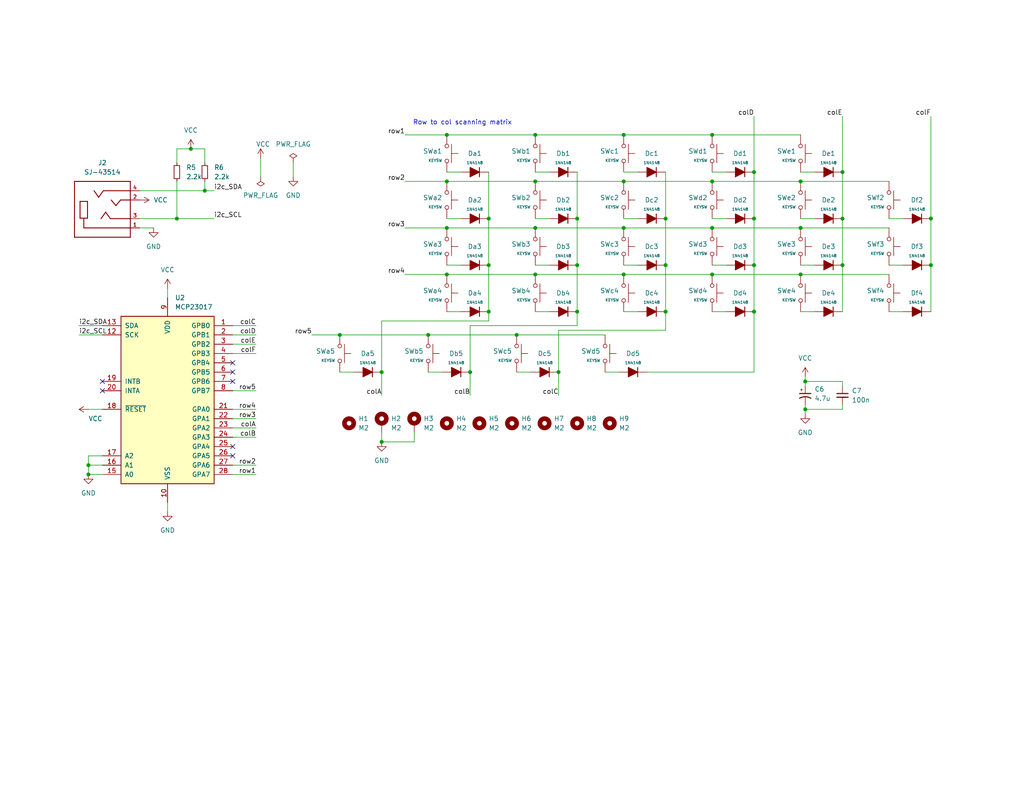
<source format=kicad_sch>
(kicad_sch (version 20211123) (generator eeschema)
  (paper "USLetter")
  (title_block (title "BlueJay Right"))
  (lib_symbols
    (symbol "BlueJaySymbolLibrary:C_Small" (pin_numbers hide) (pin_names (offset 0.254) hide)
      (property "Reference" "C" (at 0.254 1.778 0))
      (property "Value" "C_Small" (at 0.254 -2.032 0))
      (symbol "C_Small_0_1"
        (polyline (pts (xy -1.524 -0.508) (xy 1.524 -0.508)) (stroke (width 0.3302)))
        (polyline (pts (xy -1.524 0.508) (xy 1.524 0.508)) (stroke (width 0.3048)))
      )
      (symbol "C_Small_1_1"
        (pin passive line (at 0 2.54 270) (length 2.032) (name "~") (number "1"))
        (pin passive line (at 0 -2.54 90) (length 2.032) (name "~") (number "2"))
      )
    )
    (symbol "BlueJaySymbolLibrary:Device_CP1_Small" (pin_numbers hide) (pin_names (offset 0.254) hide)
      (property "Reference" "C" (at 0.254 1.778 0))
      (property "Value" "Device_CP1_Small" (at 0.254 -2.032 0))
      (symbol "Device_CP1_Small_0_1"
        (polyline (pts (xy -1.524 0.508) (xy 1.524 0.508)) (stroke (width 0.3048)))
        (polyline (pts (xy -1.27 1.524) (xy -0.762 1.524)))
        (polyline (pts (xy -1.016 1.27) (xy -1.016 1.778)))
        (arc (start 1.524 -0.762) (mid 0 -0.3734) (end -1.524 -0.762) (stroke (width 0.3048)))
      )
      (symbol "Device_CP1_Small_1_1"
        (pin passive line (at 0 2.54 270) (length 2.032) (name "~") (number "1"))
        (pin passive line (at 0 -2.54 90) (length 2.032) (name "~") (number "2"))
      )
    )
    (symbol "BlueJaySymbolLibrary:Device_R_Small" (pin_numbers hide) (pin_names (offset 0.254) hide)
      (property "Reference" "R" (at 0.762 0.508 0))
      (property "Value" "Device_R_Small" (at 0.762 -1.016 0))
      (symbol "Device_R_Small_0_1"
        (rectangle (start -0.762 1.778) (end 0.762 -1.778) (stroke (width 0.2032)))
      )
      (symbol "Device_R_Small_1_1"
        (pin passive line (at 0 2.54 270) (length 0.762) (name "~") (number "1"))
        (pin passive line (at 0 -2.54 90) (length 0.762) (name "~") (number "2"))
      )
    )
    (symbol "BlueJaySymbolLibrary:Interface_Expansion_MCP23017_SP" (pin_names (offset 1.016))
      (property "Reference" "U" (at -11.43 24.13 0))
      (property "Value" "Interface_Expansion_MCP23017_SP" (at 0 0 0))
      (symbol "Interface_Expansion_MCP23017_SP_0_1"
        (rectangle (start -12.7 22.86) (end 12.7 -22.86) (stroke (width 0.254)) (fill (type background)))
      )
      (symbol "Interface_Expansion_MCP23017_SP_1_1"
        (pin bidirectional line (at 17.78 20.32 180) (length 5.08) (name "GPB0") (number "1"))
        (pin power_in line (at 0 -27.94 90) (length 5.08) (name "VSS") (number "10"))
        (pin no_connect line (at -12.7 15.24 0) (length 5.08) hide (name "NC") (number "11"))
        (pin input line (at -17.78 17.78 0) (length 5.08) (name "SCK") (number "12"))
        (pin bidirectional line (at -17.78 20.32 0) (length 5.08) (name "SDA") (number "13"))
        (pin no_connect line (at -12.7 12.7 0) (length 5.08) hide (name "NC") (number "14"))
        (pin input line (at -17.78 -20.32 0) (length 5.08) (name "A0") (number "15"))
        (pin input line (at -17.78 -17.78 0) (length 5.08) (name "A1") (number "16"))
        (pin input line (at -17.78 -15.24 0) (length 5.08) (name "A2") (number "17"))
        (pin input line (at -17.78 -2.54 0) (length 5.08) (name "~{RESET}") (number "18"))
        (pin tri_state line (at -17.78 5.08 0) (length 5.08) (name "INTB") (number "19"))
        (pin bidirectional line (at 17.78 17.78 180) (length 5.08) (name "GPB1") (number "2"))
        (pin tri_state line (at -17.78 2.54 0) (length 5.08) (name "INTA") (number "20"))
        (pin bidirectional line (at 17.78 -2.54 180) (length 5.08) (name "GPA0") (number "21"))
        (pin bidirectional line (at 17.78 -5.08 180) (length 5.08) (name "GPA1") (number "22"))
        (pin bidirectional line (at 17.78 -7.62 180) (length 5.08) (name "GPA2") (number "23"))
        (pin bidirectional line (at 17.78 -10.16 180) (length 5.08) (name "GPA3") (number "24"))
        (pin bidirectional line (at 17.78 -12.7 180) (length 5.08) (name "GPA4") (number "25"))
        (pin bidirectional line (at 17.78 -15.24 180) (length 5.08) (name "GPA5") (number "26"))
        (pin bidirectional line (at 17.78 -17.78 180) (length 5.08) (name "GPA6") (number "27"))
        (pin bidirectional line (at 17.78 -20.32 180) (length 5.08) (name "GPA7") (number "28"))
        (pin bidirectional line (at 17.78 15.24 180) (length 5.08) (name "GPB2") (number "3"))
        (pin bidirectional line (at 17.78 12.7 180) (length 5.08) (name "GPB3") (number "4"))
        (pin bidirectional line (at 17.78 10.16 180) (length 5.08) (name "GPB4") (number "5"))
        (pin bidirectional line (at 17.78 7.62 180) (length 5.08) (name "GPB5") (number "6"))
        (pin bidirectional line (at 17.78 5.08 180) (length 5.08) (name "GPB6") (number "7"))
        (pin bidirectional line (at 17.78 2.54 180) (length 5.08) (name "GPB7") (number "8"))
        (pin power_in line (at 0 27.94 270) (length 5.08) (name "VDD") (number "9"))
      )
    )
    (symbol "BlueJaySymbolLibrary:SJ-43514" (pin_names (offset 1.016) hide)
      (property "Reference" "J" (at -7.62 8.382 0))
      (property "Value" "SJ-43514" (at -7.62 -10.16 0))
      (symbol "SJ-43514_0_0"
        (polyline (pts (xy -7.62 -7.62) (xy -7.62 7.62)) (stroke (width 0.254)))
        (polyline (pts (xy -7.62 7.62) (xy 7.62 7.62)) (stroke (width 0.254)))
        (polyline (pts (xy -6.096 -2.413) (xy -4.064 -2.413)) (stroke (width 0.254)))
        (polyline (pts (xy -6.096 2.159) (xy -6.096 -2.413)) (stroke (width 0.254)))
        (polyline (pts (xy -5.08 -5.08) (xy 7.62 -5.08)) (stroke (width 0.254)))
        (polyline (pts (xy -5.08 -2.54) (xy -5.08 -5.08)) (stroke (width 0.254)))
        (polyline (pts (xy -4.064 -2.413) (xy -4.064 2.159)) (stroke (width 0.254)))
        (polyline (pts (xy -4.064 2.159) (xy -6.096 2.159)) (stroke (width 0.254)))
        (polyline (pts (xy -2.286 5.08) (xy -1.016 3.302)) (stroke (width 0.254)))
        (polyline (pts (xy -1.016 3.302) (xy 0.254 5.08)) (stroke (width 0.254)))
        (polyline (pts (xy -0.381 -2.54) (xy 0.889 -0.762)) (stroke (width 0.254)))
        (polyline (pts (xy 0.381 5.08) (xy 7.62 5.08)) (stroke (width 0.254)))
        (polyline (pts (xy 0.889 -0.762) (xy 2.159 -2.54)) (stroke (width 0.254)))
        (polyline (pts (xy 2.159 -2.54) (xy 7.62 -2.54)) (stroke (width 0.254)))
        (polyline (pts (xy 2.413 2.54) (xy 3.683 1.016)) (stroke (width 0.254)))
        (polyline (pts (xy 3.683 1.016) (xy 4.953 2.54)) (stroke (width 0.254)))
        (polyline (pts (xy 4.953 2.54) (xy 7.62 2.54)) (stroke (width 0.254)))
        (polyline (pts (xy 7.62 -7.62) (xy -7.62 -7.62)) (stroke (width 0.254)))
        (polyline (pts (xy 7.62 -5.08) (xy 7.62 -7.62)) (stroke (width 0.254)))
        (polyline (pts (xy 7.62 -2.54) (xy 7.62 -5.08)) (stroke (width 0.254)))
        (polyline (pts (xy 7.62 2.54) (xy 7.62 -2.54)) (stroke (width 0.254)))
        (polyline (pts (xy 7.62 5.08) (xy 7.62 2.54)) (stroke (width 0.254)))
        (polyline (pts (xy 7.62 7.62) (xy 7.62 5.08)) (stroke (width 0.254)))
        (pin passive line (at 10.16 -5.08 180) (length 2.54) (name "~") (number "1"))
        (pin passive line (at 10.16 2.54 180) (length 2.54) (name "~") (number "2"))
        (pin passive line (at 10.16 -2.54 180) (length 2.54) (name "~") (number "3"))
        (pin passive line (at 10.16 5.08 180) (length 2.54) (name "~") (number "4"))
      )
    )
    (symbol "BlueJaySymbolLibrary:Switch_SW_Push" (pin_numbers hide) (pin_names (offset 1.016) hide)
      (property "Reference" "SW" (at 1.27 2.54 0))
      (property "Value" "Switch_SW_Push" (at 0 -1.524 0))
      (symbol "Switch_SW_Push_0_1"
        (circle (center -2.032 0) (radius 0.508))
        (polyline (pts (xy 0 1.27) (xy 0 3.048)))
        (polyline (pts (xy 2.54 1.27) (xy -2.54 1.27)))
        (circle (center 2.032 0) (radius 0.508))
        (pin passive line (at -5.08 0 0) (length 2.54) (name "1") (number "1"))
        (pin passive line (at 5.08 0 180) (length 2.54) (name "2") (number "2"))
      )
    )
    (symbol "Diode_AKL:1N4148" (pin_numbers hide) (pin_names (offset 1.016) hide)
      (property "Reference" "D" (at 0 5.08 0))
      (property "Value" "1N4148" (at 0 2.54 0))
      (symbol "1N4148_0_1"
        (polyline (pts (xy -1.27 0) (xy 1.27 0)))
        (polyline (pts (xy 1.27 1.27) (xy 1.27 -1.27)) (stroke (width 0.254)))
        (polyline (pts (xy -1.27 1.27) (xy -1.27 -1.27) (xy 1.27 0) (xy -1.27 1.27)) (stroke (width 0.254)) (fill (type outline)))
      )
      (symbol "1N4148_1_1"
        (pin passive line (at 3.81 0 180) (length 2.54) (name "K") (number "1"))
        (pin passive line (at -3.81 0 0) (length 2.54) (name "A") (number "2"))
      )
    )
    (symbol "Mechanical:MountingHole" (pin_numbers hide) (pin_names (offset 1.016) hide)
      (property "Reference" "H" (at 0 5.08 0))
      (property "Value" "MountingHole" (at 0 3.175 0))
      (symbol "MountingHole_0_1"
        (circle (center 0 0) (radius 1.27) (stroke (width 1.27)))
      )
    )
    (symbol "Mechanical:MountingHole_Pad" (pin_numbers hide) (pin_names (offset 1.016) hide)
      (property "Reference" "H" (at 0 6.35 0))
      (property "Value" "MountingHole_Pad" (at 0 4.445 0))
      (symbol "MountingHole_Pad_0_1"
        (circle (center 0 1.27) (radius 1.27) (stroke (width 1.27)))
      )
      (symbol "MountingHole_Pad_1_1"
        (pin input line (at 0 -2.54 90) (length 2.54) (name "1") (number "1"))
      )
    )
    (symbol "power:GND" (power) (pin_names (offset 0))
      (property "Value" "GND" (at 0 -3.81 0))
      (symbol "GND_0_1"
        (polyline (pts (xy 0 0) (xy 0 -1.27) (xy 1.27 -1.27) (xy 0 -2.54) (xy -1.27 -1.27) (xy 0 -1.27)))
      )
      (symbol "GND_1_1"
        (pin power_in line (at 0 0 270) (length 0) hide (name "GND") (number "1"))
      )
    )
    (symbol "power:PWR_FLAG" (power) (pin_numbers hide) (pin_names (offset 0) hide)
      (property "Value" "PWR_FLAG" (at 0 3.81 0))
      (symbol "PWR_FLAG_0_0"
        (pin power_out line (at 0 0 90) (length 0) (name "pwr") (number "1"))
      )
      (symbol "PWR_FLAG_0_1"
        (polyline (pts (xy 0 0) (xy 0 1.27) (xy -1.016 1.905) (xy 0 2.54) (xy 1.016 1.905) (xy 0 1.27)))
      )
    )
    (symbol "power:VCC" (power) (pin_names (offset 0))
      (property "Value" "VCC" (at 0 3.81 0))
      (symbol "VCC_0_1"
        (polyline (pts (xy -0.762 1.27) (xy 0 2.54)))
        (polyline (pts (xy 0 0) (xy 0 2.54)))
        (polyline (pts (xy 0 2.54) (xy 0.762 1.27)))
      )
      (symbol "VCC_1_1"
        (pin power_in line (at 0 0 90) (length 0) hide (name "VCC") (number "1"))
      )
    )
  )
  (junction (at 194.31 62.23))
  (junction (at 218.44 74.93))
  (junction (at 219.71 104.14))
  (junction (at 170.18 36.83))
  (junction (at 121.92 74.93))
  (junction (at 205.74 59.69))
  (junction (at 121.92 62.23))
  (junction (at 133.35 59.69))
  (junction (at 218.44 49.53))
  (junction (at 55.88 52.07))
  (junction (at 104.14 101.6))
  (junction (at 170.18 74.93))
  (junction (at 157.48 59.69))
  (junction (at 157.48 85.09))
  (junction (at 146.05 49.53))
  (junction (at 121.92 36.83))
  (junction (at 52.07 40.64))
  (junction (at 133.35 85.09))
  (junction (at 205.74 85.09))
  (junction (at 194.31 49.53))
  (junction (at 92.71 91.44))
  (junction (at 121.92 49.53))
  (junction (at 170.18 62.23))
  (junction (at 146.05 74.93))
  (junction (at 194.31 74.93))
  (junction (at 205.74 46.99))
  (junction (at 254 72.39))
  (junction (at 116.84 91.44))
  (junction (at 254 59.69))
  (junction (at 146.05 36.83))
  (junction (at 140.97 91.44))
  (junction (at 229.87 46.99))
  (junction (at 194.31 36.83))
  (junction (at 146.05 62.23))
  (junction (at 219.71 111.76))
  (junction (at 218.44 62.23))
  (junction (at 157.48 72.39))
  (junction (at 24.13 129.54))
  (junction (at 24.13 127))
  (junction (at 133.35 72.39))
  (junction (at 205.74 72.39))
  (junction (at 152.4 101.6))
  (junction (at 128.27 101.6))
  (junction (at 181.61 72.39))
  (junction (at 181.61 59.69))
  (junction (at 181.61 85.09))
  (junction (at 229.87 72.39))
  (junction (at 48.26 59.69))
  (junction (at 229.87 59.69))
  (junction (at 170.18 49.53))
  (junction (at 104.14 120.65))
  (no_connect (at 63.5 99.06))
  (no_connect (at 63.5 104.14))
  (no_connect (at 63.5 101.6))
  (no_connect (at 27.94 104.14))
  (no_connect (at 27.94 106.68))
  (no_connect (at 63.5 124.46))
  (no_connect (at 63.5 121.92))
  (wire (pts (xy 55.88 49.53) (xy 55.88 52.07)))
  (wire (pts (xy 48.26 49.53) (xy 48.26 59.69)))
  (wire (pts (xy 222.25 59.69) (xy 218.44 59.69)))
  (wire (pts (xy 133.35 59.69) (xy 133.35 72.39)))
  (wire (pts (xy 194.31 36.83) (xy 170.18 36.83)))
  (wire (pts (xy 246.38 72.39) (xy 242.57 72.39)))
  (wire (pts (xy 63.5 119.38) (xy 69.85 119.38)))
  (wire (pts (xy 48.26 59.69) (xy 58.42 59.69)))
  (wire (pts (xy 246.38 85.09) (xy 242.57 85.09)))
  (wire (pts (xy 181.61 85.09) (xy 181.61 90.17)))
  (wire (pts (xy 219.71 104.14) (xy 219.71 105.41)))
  (wire (pts (xy 113.03 118.11) (xy 113.03 120.65)))
  (wire (pts (xy 152.4 90.17) (xy 152.4 101.6)))
  (wire (pts (xy 104.14 87.63) (xy 104.14 101.6)))
  (wire (pts (xy 48.26 40.64) (xy 48.26 44.45)))
  (wire (pts (xy 246.38 59.69) (xy 242.57 59.69)))
  (wire (pts (xy 198.12 59.69) (xy 194.31 59.69)))
  (wire (pts (xy 121.92 49.53) (xy 110.49 49.53)))
  (wire (pts (xy 194.31 74.93) (xy 170.18 74.93)))
  (wire (pts (xy 38.1 52.07) (xy 55.88 52.07)))
  (wire (pts (xy 173.99 46.99) (xy 170.18 46.99)))
  (wire (pts (xy 125.73 85.09) (xy 121.92 85.09)))
  (wire (pts (xy 21.59 88.9) (xy 27.94 88.9)))
  (wire (pts (xy 205.74 72.39) (xy 205.74 85.09)))
  (wire (pts (xy 63.5 116.84) (xy 69.85 116.84)))
  (wire (pts (xy 21.59 91.44) (xy 27.94 91.44)))
  (wire (pts (xy 63.5 91.44) (xy 69.85 91.44)))
  (wire (pts (xy 116.84 91.44) (xy 92.71 91.44)))
  (wire (pts (xy 146.05 62.23) (xy 121.92 62.23)))
  (wire (pts (xy 149.86 59.69) (xy 146.05 59.69)))
  (wire (pts (xy 24.13 111.76) (xy 27.94 111.76)))
  (wire (pts (xy 63.5 106.68) (xy 69.85 106.68)))
  (wire (pts (xy 219.71 111.76) (xy 219.71 113.03)))
  (wire (pts (xy 133.35 87.63) (xy 104.14 87.63)))
  (wire (pts (xy 140.97 91.44) (xy 165.1 91.44)))
  (wire (pts (xy 198.12 85.09) (xy 194.31 85.09)))
  (wire (pts (xy 254 72.39) (xy 254 85.09)))
  (wire (pts (xy 104.14 101.6) (xy 104.14 107.95)))
  (wire (pts (xy 24.13 127) (xy 24.13 124.46)))
  (wire (pts (xy 24.13 129.54) (xy 27.94 129.54)))
  (wire (pts (xy 146.05 36.83) (xy 121.92 36.83)))
  (wire (pts (xy 45.72 137.16) (xy 45.72 139.7)))
  (wire (pts (xy 133.35 72.39) (xy 133.35 85.09)))
  (wire (pts (xy 149.86 72.39) (xy 146.05 72.39)))
  (wire (pts (xy 146.05 49.53) (xy 121.92 49.53)))
  (wire (pts (xy 229.87 46.99) (xy 229.87 59.69)))
  (wire (pts (xy 173.99 59.69) (xy 170.18 59.69)))
  (wire (pts (xy 254 59.69) (xy 254 72.39)))
  (wire (pts (xy 24.13 127) (xy 27.94 127)))
  (wire (pts (xy 55.88 40.64) (xy 55.88 44.45)))
  (wire (pts (xy 219.71 110.49) (xy 219.71 111.76)))
  (wire (pts (xy 24.13 124.46) (xy 27.94 124.46)))
  (wire (pts (xy 229.87 72.39) (xy 229.87 85.09)))
  (wire (pts (xy 157.48 59.69) (xy 157.48 72.39)))
  (wire (pts (xy 170.18 74.93) (xy 146.05 74.93)))
  (wire (pts (xy 173.99 85.09) (xy 170.18 85.09)))
  (wire (pts (xy 38.1 62.23) (xy 41.91 62.23)))
  (wire (pts (xy 113.03 120.65) (xy 104.14 120.65)))
  (wire (pts (xy 133.35 46.99) (xy 133.35 59.69)))
  (wire (pts (xy 96.52 101.6) (xy 92.71 101.6)))
  (wire (pts (xy 157.48 46.99) (xy 157.48 59.69)))
  (wire (pts (xy 222.25 72.39) (xy 218.44 72.39)))
  (wire (pts (xy 146.05 74.93) (xy 121.92 74.93)))
  (wire (pts (xy 205.74 101.6) (xy 176.53 101.6)))
  (wire (pts (xy 63.5 111.76) (xy 69.85 111.76)))
  (wire (pts (xy 121.92 62.23) (xy 110.49 62.23)))
  (wire (pts (xy 229.87 105.41) (xy 229.87 104.14)))
  (wire (pts (xy 55.88 52.07) (xy 58.42 52.07)))
  (wire (pts (xy 157.48 88.9) (xy 128.27 88.9)))
  (wire (pts (xy 254 31.75) (xy 254 59.69)))
  (wire (pts (xy 181.61 59.69) (xy 181.61 72.39)))
  (wire (pts (xy 218.44 74.93) (xy 194.31 74.93)))
  (wire (pts (xy 205.74 46.99) (xy 205.74 59.69)))
  (wire (pts (xy 80.01 44.45) (xy 80.01 48.26)))
  (wire (pts (xy 198.12 72.39) (xy 194.31 72.39)))
  (wire (pts (xy 152.4 101.6) (xy 152.4 107.95)))
  (wire (pts (xy 229.87 59.69) (xy 229.87 72.39)))
  (wire (pts (xy 157.48 85.09) (xy 157.48 88.9)))
  (wire (pts (xy 157.48 72.39) (xy 157.48 85.09)))
  (wire (pts (xy 128.27 101.6) (xy 128.27 107.95)))
  (wire (pts (xy 63.5 129.54) (xy 69.85 129.54)))
  (wire (pts (xy 218.44 62.23) (xy 194.31 62.23)))
  (wire (pts (xy 63.5 88.9) (xy 69.85 88.9)))
  (wire (pts (xy 194.31 62.23) (xy 170.18 62.23)))
  (wire (pts (xy 218.44 49.53) (xy 194.31 49.53)))
  (wire (pts (xy 219.71 102.87) (xy 219.71 104.14)))
  (wire (pts (xy 170.18 36.83) (xy 146.05 36.83)))
  (wire (pts (xy 173.99 72.39) (xy 170.18 72.39)))
  (wire (pts (xy 63.5 127) (xy 69.85 127)))
  (wire (pts (xy 205.74 59.69) (xy 205.74 72.39)))
  (wire (pts (xy 133.35 85.09) (xy 133.35 87.63)))
  (wire (pts (xy 170.18 62.23) (xy 146.05 62.23)))
  (wire (pts (xy 229.87 111.76) (xy 219.71 111.76)))
  (wire (pts (xy 125.73 59.69) (xy 121.92 59.69)))
  (wire (pts (xy 194.31 49.53) (xy 170.18 49.53)))
  (wire (pts (xy 229.87 110.49) (xy 229.87 111.76)))
  (wire (pts (xy 128.27 88.9) (xy 128.27 101.6)))
  (wire (pts (xy 63.5 93.98) (xy 69.85 93.98)))
  (wire (pts (xy 229.87 104.14) (xy 219.71 104.14)))
  (wire (pts (xy 52.07 40.64) (xy 48.26 40.64)))
  (wire (pts (xy 181.61 72.39) (xy 181.61 85.09)))
  (wire (pts (xy 242.57 74.93) (xy 218.44 74.93)))
  (wire (pts (xy 92.71 91.44) (xy 85.09 91.44)))
  (wire (pts (xy 222.25 46.99) (xy 218.44 46.99)))
  (wire (pts (xy 104.14 118.11) (xy 104.14 120.65)))
  (wire (pts (xy 205.74 85.09) (xy 205.74 101.6)))
  (wire (pts (xy 242.57 62.23) (xy 218.44 62.23)))
  (wire (pts (xy 125.73 46.99) (xy 121.92 46.99)))
  (wire (pts (xy 121.92 36.83) (xy 110.49 36.83)))
  (wire (pts (xy 38.1 59.69) (xy 48.26 59.69)))
  (wire (pts (xy 168.91 101.6) (xy 165.1 101.6)))
  (wire (pts (xy 149.86 85.09) (xy 146.05 85.09)))
  (wire (pts (xy 63.5 114.3) (xy 69.85 114.3)))
  (wire (pts (xy 198.12 46.99) (xy 194.31 46.99)))
  (wire (pts (xy 52.07 40.64) (xy 55.88 40.64)))
  (wire (pts (xy 125.73 72.39) (xy 121.92 72.39)))
  (wire (pts (xy 71.12 43.18) (xy 71.12 48.26)))
  (wire (pts (xy 205.74 31.75) (xy 205.74 46.99)))
  (wire (pts (xy 120.65 101.6) (xy 116.84 101.6)))
  (wire (pts (xy 24.13 129.54) (xy 24.13 127)))
  (wire (pts (xy 218.44 36.83) (xy 194.31 36.83)))
  (wire (pts (xy 229.87 31.75) (xy 229.87 46.99)))
  (wire (pts (xy 149.86 46.99) (xy 146.05 46.99)))
  (wire (pts (xy 144.78 101.6) (xy 140.97 101.6)))
  (wire (pts (xy 63.5 96.52) (xy 69.85 96.52)))
  (wire (pts (xy 121.92 74.93) (xy 110.49 74.93)))
  (wire (pts (xy 181.61 46.99) (xy 181.61 59.69)))
  (wire (pts (xy 181.61 90.17) (xy 152.4 90.17)))
  (wire (pts (xy 170.18 49.53) (xy 146.05 49.53)))
  (wire (pts (xy 222.25 85.09) (xy 218.44 85.09)))
  (wire (pts (xy 45.72 78.74) (xy 45.72 81.28)))
  (wire (pts (xy 242.57 49.53) (xy 218.44 49.53)))
  (wire (pts (xy 140.97 91.44) (xy 116.84 91.44)))
  (text "Row to col scanning matrix" (at 139.7 34.29 180) (effects (font (size 1.27 1.27)) (justify right bottom)))
  (label "i2c_SCL" (at 21.59 91.44 0))
  (label "colF" (at 69.85 96.52 180))
  (label "colE" (at 229.87 31.75 180))
  (label "colE" (at 69.85 93.98 180))
  (label "colC" (at 69.85 88.9 180))
  (label "row2" (at 69.85 127 180))
  (label "colB" (at 69.85 119.38 180))
  (label "colB" (at 128.27 107.95 180))
  (label "colD" (at 205.74 31.75 180))
  (label "row1" (at 110.49 36.83 180))
  (label "row2" (at 110.49 49.53 180))
  (label "i2c_SDA" (at 21.59 88.9 0))
  (label "colC" (at 152.4 107.95 180))
  (label "row4" (at 69.85 111.76 180))
  (label "colA" (at 69.85 116.84 180))
  (label "colF" (at 254 31.75 180))
  (label "i2c_SCL" (at 58.42 59.69 0))
  (label "colD" (at 69.85 91.44 180))
  (label "row5" (at 69.85 106.68 180))
  (label "row5" (at 85.09 91.44 180))
  (label "row3" (at 69.85 114.3 180))
  (label "row4" (at 110.49 74.93 180))
  (label "colA" (at 104.14 107.95 180))
  (label "row3" (at 110.49 62.23 180))
  (label "row1" (at 69.85 129.54 180))
  (label "i2c_SDA" (at 58.42 52.07 0))
  (symbol (lib_id "BlueJaySymbolLibrary:Switch_SW_Push") (at 121.92 80.01 270) (mirror x) (unit 1)
    (property "Reference" "SWa4" (at 120.65 79.3749 90) (effects (justify right)))
    (property "Value" "KEYSW" (at 120.65 81.9149 90) (effects (font (size 0.75 0.75)) (justify right)))
    (property "Footprint" "BlueJay footprints:SW_MX" (effects hide))
  )
  (symbol (lib_id "BlueJaySymbolLibrary:Switch_SW_Push") (at 121.92 54.61 270) (mirror x) (unit 1)
    (property "Reference" "SWa2" (at 120.65 53.9749 90) (effects (justify right)))
    (property "Value" "KEYSW" (at 120.65 56.5149 90) (effects (font (size 0.75 0.75)) (justify right)))
    (property "Footprint" "BlueJay footprints:SW_MX" (effects hide))
  )
  (symbol (lib_id "Diode_AKL:1N4148") (at 226.06 85.09 0) (mirror x) (unit 1)
    (property "Reference" "De4" (at 226.06 80.01 0))
    (property "Value" "1N4148" (at 226.06 82.55 0) (effects (font (size 0.75 0.75))))
    (property "Footprint" "BlueJay footprints:D_DO-35_SOD27_P5.08mm_Horizontal" (effects hide))
    (property "Datasheet" "https://datasheet.octopart.com/1N4148TR-ON-Semiconductor-datasheet-42765246.pdf" (effects hide))
  )
  (symbol (lib_id "Diode_AKL:1N4148") (at 129.54 46.99 0) (mirror x) (unit 1)
    (property "Reference" "Da1" (at 129.54 41.91 0))
    (property "Value" "1N4148" (at 129.54 44.45 0) (effects (font (size 0.75 0.75))))
    (property "Footprint" "BlueJay footprints:D_DO-35_SOD27_P5.08mm_Horizontal" (effects hide))
    (property "Datasheet" "https://datasheet.octopart.com/1N4148TR-ON-Semiconductor-datasheet-42765246.pdf" (effects hide))
  )
  (symbol (lib_id "Diode_AKL:1N4148") (at 177.8 85.09 0) (mirror x) (unit 1)
    (property "Reference" "Dc4" (at 177.8 80.01 0))
    (property "Value" "1N4148" (at 177.8 82.55 0) (effects (font (size 0.75 0.75))))
    (property "Footprint" "BlueJay footprints:D_DO-35_SOD27_P5.08mm_Horizontal" (effects hide))
    (property "Datasheet" "https://datasheet.octopart.com/1N4148TR-ON-Semiconductor-datasheet-42765246.pdf" (effects hide))
  )
  (symbol (lib_id "Mechanical:MountingHole") (at 148.59 115.57 0) (unit 1) (in_bom no)
    (property "Reference" "H7" (at 151.13 114.2999 0) (effects (justify left)))
    (property "Value" "M2" (at 151.13 116.8399 0) (effects (justify left)))
    (property "Footprint" "MountingHole:MountingHole_2.2mm_M2_Pad" (effects hide))
  )
  (symbol (lib_id "BlueJaySymbolLibrary:Interface_Expansion_MCP23017_SP") (at 45.72 109.22 0) (unit 1)
    (property "Reference" "U2" (at 47.7394 81.28 0) (effects (justify left)))
    (property "Value" "MCP23017" (at 47.7394 83.82 0) (effects (justify left)))
    (property "Footprint" "Package_DIP_AKL:DIP-28_W7.62mm_Socket" (effects hide))
  )
  (symbol (lib_id "Mechanical:MountingHole_Pad") (at 113.03 115.57 0) (unit 1)
    (property "Reference" "H3" (at 115.57 114.2999 0) (effects (justify left)))
    (property "Value" "M2" (at 115.57 116.8399 0) (effects (justify left)))
    (property "Footprint" "MountingHole:MountingHole_2.2mm_M2_Pad" (effects hide))
  )
  (symbol (lib_id "Diode_AKL:1N4148") (at 201.93 46.99 0) (mirror x) (unit 1)
    (property "Reference" "Dd1" (at 201.93 41.91 0))
    (property "Value" "1N4148" (at 201.93 44.45 0) (effects (font (size 0.75 0.75))))
    (property "Footprint" "BlueJay footprints:D_DO-35_SOD27_P5.08mm_Horizontal" (effects hide))
    (property "Datasheet" "https://datasheet.octopart.com/1N4148TR-ON-Semiconductor-datasheet-42765246.pdf" (effects hide))
  )
  (symbol (lib_id "BlueJaySymbolLibrary:Switch_SW_Push") (at 242.57 54.61 270) (mirror x) (unit 1)
    (property "Reference" "SWf2" (at 241.3 53.9749 90) (effects (justify right)))
    (property "Value" "KEYSW" (at 241.3 56.5149 90) (effects (font (size 0.75 0.75)) (justify right)))
    (property "Footprint" "BlueJay footprints:SW_MX" (effects hide))
  )
  (symbol (lib_id "Diode_AKL:1N4148") (at 177.8 46.99 0) (mirror x) (unit 1)
    (property "Reference" "Dc1" (at 177.8 41.91 0))
    (property "Value" "1N4148" (at 177.8 44.45 0) (effects (font (size 0.75 0.75))))
    (property "Footprint" "BlueJay footprints:D_DO-35_SOD27_P5.08mm_Horizontal" (effects hide))
    (property "Datasheet" "https://datasheet.octopart.com/1N4148TR-ON-Semiconductor-datasheet-42765246.pdf" (effects hide))
  )
  (symbol (lib_id "BlueJaySymbolLibrary:Switch_SW_Push") (at 170.18 54.61 270) (mirror x) (unit 1)
    (property "Reference" "SWc2" (at 168.91 53.9749 90) (effects (justify right)))
    (property "Value" "KEYSW" (at 168.91 56.5149 90) (effects (font (size 0.75 0.75)) (justify right)))
    (property "Footprint" "BlueJay footprints:SW_MX" (effects hide))
  )
  (symbol (lib_id "power:VCC") (at 38.1 54.61 270) (unit 1)
    (property "Reference" "#PWR0112" (effects hide))
    (property "Value" "VCC" (at 41.91 54.6099 90) (effects (justify left)))
  )
  (symbol (lib_id "BlueJaySymbolLibrary:Switch_SW_Push") (at 218.44 67.31 270) (mirror x) (unit 1)
    (property "Reference" "SWe3" (at 217.17 66.6749 90) (effects (justify right)))
    (property "Value" "KEYSW" (at 217.17 69.2149 90) (effects (font (size 0.75 0.75)) (justify right)))
    (property "Footprint" "BlueJay footprints:SW_MX" (effects hide))
  )
  (symbol (lib_id "BlueJaySymbolLibrary:Device_CP1_Small") (at 219.71 107.95 0) (unit 1)
    (property "Reference" "C6" (at 222.25 106.2481 0) (effects (justify left)))
    (property "Value" "4.7u" (at 222.25 108.7881 0) (effects (justify left)))
    (property "Footprint" "BlueJay footprints:CP_Radial_D4.0mm_P1.50mm" (effects hide))
  )
  (symbol (lib_id "power:GND") (at 80.01 48.26 0) (unit 1)
    (property "Reference" "#PWR0108" (effects hide))
    (property "Value" "GND" (at 80.01 53.34 0))
  )
  (symbol (lib_id "BlueJaySymbolLibrary:Switch_SW_Push") (at 194.31 67.31 270) (mirror x) (unit 1)
    (property "Reference" "SWd3" (at 193.04 66.6749 90) (effects (justify right)))
    (property "Value" "KEYSW" (at 193.04 69.2149 90) (effects (font (size 0.75 0.75)) (justify right)))
    (property "Footprint" "BlueJay footprints:SW_MX" (effects hide))
  )
  (symbol (lib_id "Mechanical:MountingHole_Pad") (at 104.14 115.57 0) (unit 1)
    (property "Reference" "H2" (at 106.68 114.2999 0) (effects (justify left)))
    (property "Value" "M2" (at 106.68 116.8399 0) (effects (justify left)))
    (property "Footprint" "MountingHole:MountingHole_2.2mm_M2_Pad" (effects hide))
  )
  (symbol (lib_id "power:GND") (at 45.72 139.7 0) (unit 1)
    (property "Reference" "#PWR0104" (effects hide))
    (property "Value" "GND" (at 45.72 144.78 0))
  )
  (symbol (lib_id "Mechanical:MountingHole") (at 166.37 115.57 0) (unit 1) (in_bom no)
    (property "Reference" "H9" (at 168.91 114.2999 0) (effects (justify left)))
    (property "Value" "M2" (at 168.91 116.8399 0) (effects (justify left)))
    (property "Footprint" "MountingHole:MountingHole_2.2mm_M2_Pad" (effects hide))
  )
  (symbol (lib_id "BlueJaySymbolLibrary:Switch_SW_Push") (at 194.31 54.61 270) (mirror x) (unit 1)
    (property "Reference" "SWd2" (at 193.04 53.9749 90) (effects (justify right)))
    (property "Value" "KEYSW" (at 193.04 56.5149 90) (effects (font (size 0.75 0.75)) (justify right)))
    (property "Footprint" "BlueJay footprints:SW_MX" (effects hide))
  )
  (symbol (lib_id "power:VCC") (at 52.07 40.64 0) (unit 1)
    (property "Reference" "#PWR0107" (effects hide))
    (property "Value" "VCC" (at 52.07 35.56 0))
  )
  (symbol (lib_id "BlueJaySymbolLibrary:SJ-43514") (at 27.94 57.15 0) (unit 1)
    (property "Reference" "J2" (at 27.94 44.45 0))
    (property "Value" "SJ-43514" (at 27.94 46.99 0))
    (property "Footprint" "BlueJay footprints:CUI_SJ-43514" (effects hide))
    (property "Datasheet" "1.04" (effects hide))
    (property "Field4" "MANUFACTURER RECOMMENDATIONS" (effects hide))
    (property "Field5" "CUI INC" (effects hide))
    (property "MANUFACTURER" "CUI INC" (effects hide))
    (property "PART_REV" "1.04" (effects hide))
    (property "STANDARD" "MANUFACTURER RECOMMENDATIONS" (effects hide))
  )
  (symbol (lib_id "Diode_AKL:1N4148") (at 226.06 59.69 0) (mirror x) (unit 1)
    (property "Reference" "De2" (at 226.06 54.61 0))
    (property "Value" "1N4148" (at 226.06 57.15 0) (effects (font (size 0.75 0.75))))
    (property "Footprint" "BlueJay footprints:D_DO-35_SOD27_P5.08mm_Horizontal" (effects hide))
    (property "Datasheet" "https://datasheet.octopart.com/1N4148TR-ON-Semiconductor-datasheet-42765246.pdf" (effects hide))
  )
  (symbol (lib_id "BlueJaySymbolLibrary:Switch_SW_Push") (at 242.57 67.31 270) (mirror x) (unit 1)
    (property "Reference" "SWf3" (at 241.3 66.6749 90) (effects (justify right)))
    (property "Value" "KEYSW" (at 241.3 69.2149 90) (effects (font (size 0.75 0.75)) (justify right)))
    (property "Footprint" "BlueJay footprints:SW_MX" (effects hide))
  )
  (symbol (lib_id "BlueJaySymbolLibrary:Switch_SW_Push") (at 146.05 67.31 270) (mirror x) (unit 1)
    (property "Reference" "SWb3" (at 144.78 66.6749 90) (effects (justify right)))
    (property "Value" "KEYSW" (at 144.78 69.2149 90) (effects (font (size 0.75 0.75)) (justify right)))
    (property "Footprint" "BlueJay footprints:SW_MX" (effects hide))
  )
  (symbol (lib_id "Diode_AKL:1N4148") (at 250.19 59.69 0) (mirror x) (unit 1)
    (property "Reference" "Df2" (at 250.19 54.61 0))
    (property "Value" "1N4148" (at 250.19 57.15 0) (effects (font (size 0.75 0.75))))
    (property "Footprint" "BlueJay footprints:D_DO-35_SOD27_P5.08mm_Horizontal" (effects hide))
    (property "Datasheet" "https://datasheet.octopart.com/1N4148TR-ON-Semiconductor-datasheet-42765246.pdf" (effects hide))
  )
  (symbol (lib_id "BlueJaySymbolLibrary:Switch_SW_Push") (at 218.44 80.01 270) (mirror x) (unit 1)
    (property "Reference" "SWe4" (at 217.17 79.3749 90) (effects (justify right)))
    (property "Value" "KEYSW" (at 217.17 81.9149 90) (effects (font (size 0.75 0.75)) (justify right)))
    (property "Footprint" "BlueJay footprints:SW_MX" (effects hide))
  )
  (symbol (lib_id "BlueJaySymbolLibrary:C_Small") (at 229.87 107.95 0) (unit 1)
    (property "Reference" "C7" (at 232.41 106.6862 0) (effects (justify left)))
    (property "Value" "100n" (at 232.41 109.2262 0) (effects (justify left)))
    (property "Footprint" "BlueJay footprints:C_Disc_D4.3mm_W1.9mm_P5.00mm" (effects hide))
  )
  (symbol (lib_id "power:GND") (at 219.71 113.03 0) (unit 1)
    (property "Reference" "#PWR0102" (effects hide))
    (property "Value" "GND" (at 219.71 118.11 0))
  )
  (symbol (lib_id "BlueJaySymbolLibrary:Switch_SW_Push") (at 165.1 96.52 270) (mirror x) (unit 1)
    (property "Reference" "SWd5" (at 163.83 95.8849 90) (effects (justify right)))
    (property "Value" "KEYSW" (at 163.83 98.4249 90) (effects (font (size 0.75 0.75)) (justify right)))
    (property "Footprint" "BlueJay footprints:SW_MX" (effects hide))
  )
  (symbol (lib_id "BlueJaySymbolLibrary:Switch_SW_Push") (at 170.18 67.31 270) (mirror x) (unit 1)
    (property "Reference" "SWc3" (at 168.91 66.6749 90) (effects (justify right)))
    (property "Value" "KEYSW" (at 168.91 69.2149 90) (effects (font (size 0.75 0.75)) (justify right)))
    (property "Footprint" "BlueJay footprints:SW_MX" (effects hide))
  )
  (symbol (lib_id "Diode_AKL:1N4148") (at 153.67 59.69 0) (mirror x) (unit 1)
    (property "Reference" "Db2" (at 153.67 54.61 0))
    (property "Value" "1N4148" (at 153.67 57.15 0) (effects (font (size 0.75 0.75))))
    (property "Footprint" "BlueJay footprints:D_DO-35_SOD27_P5.08mm_Horizontal" (effects hide))
    (property "Datasheet" "https://datasheet.octopart.com/1N4148TR-ON-Semiconductor-datasheet-42765246.pdf" (effects hide))
  )
  (symbol (lib_id "BlueJaySymbolLibrary:Switch_SW_Push") (at 170.18 41.91 270) (mirror x) (unit 1)
    (property "Reference" "SWc1" (at 168.91 41.2749 90) (effects (justify right)))
    (property "Value" "KEYSW" (at 168.91 43.8149 90) (effects (font (size 0.75 0.75)) (justify right)))
    (property "Footprint" "BlueJay footprints:SW_MX" (effects hide))
  )
  (symbol (lib_id "Diode_AKL:1N4148") (at 201.93 85.09 0) (mirror x) (unit 1)
    (property "Reference" "Dd4" (at 201.93 80.01 0))
    (property "Value" "1N4148" (at 201.93 82.55 0) (effects (font (size 0.75 0.75))))
    (property "Footprint" "BlueJay footprints:D_DO-35_SOD27_P5.08mm_Horizontal" (effects hide))
    (property "Datasheet" "https://datasheet.octopart.com/1N4148TR-ON-Semiconductor-datasheet-42765246.pdf" (effects hide))
  )
  (symbol (lib_id "Diode_AKL:1N4148") (at 226.06 72.39 0) (mirror x) (unit 1)
    (property "Reference" "De3" (at 226.06 67.31 0))
    (property "Value" "1N4148" (at 226.06 69.85 0) (effects (font (size 0.75 0.75))))
    (property "Footprint" "BlueJay footprints:D_DO-35_SOD27_P5.08mm_Horizontal" (effects hide))
    (property "Datasheet" "https://datasheet.octopart.com/1N4148TR-ON-Semiconductor-datasheet-42765246.pdf" (effects hide))
  )
  (symbol (lib_id "BlueJaySymbolLibrary:Switch_SW_Push") (at 242.57 80.01 270) (mirror x) (unit 1)
    (property "Reference" "SWf4" (at 241.3 79.3749 90) (effects (justify right)))
    (property "Value" "KEYSW" (at 241.3 81.9149 90) (effects (font (size 0.75 0.75)) (justify right)))
    (property "Footprint" "BlueJay footprints:SW_MX" (effects hide))
  )
  (symbol (lib_id "BlueJaySymbolLibrary:Device_R_Small") (at 48.26 46.99 0) (unit 1)
    (property "Reference" "R5" (at 50.8 45.7199 0) (effects (justify left)))
    (property "Value" "2.2k" (at 50.8 48.2599 0) (effects (justify left)))
    (property "Footprint" "BlueJay footprints:R_Axial_DIN0204_L3.6mm_D1.6mm_P5.08mm_Horizontal" (effects hide))
  )
  (symbol (lib_id "BlueJaySymbolLibrary:Switch_SW_Push") (at 194.31 80.01 270) (mirror x) (unit 1)
    (property "Reference" "SWd4" (at 193.04 79.3749 90) (effects (justify right)))
    (property "Value" "KEYSW" (at 193.04 81.9149 90) (effects (font (size 0.75 0.75)) (justify right)))
    (property "Footprint" "BlueJay footprints:SW_MX" (effects hide))
  )
  (symbol (lib_id "Diode_AKL:1N4148") (at 129.54 59.69 0) (mirror x) (unit 1)
    (property "Reference" "Da2" (at 129.54 54.61 0))
    (property "Value" "1N4148" (at 129.54 57.15 0) (effects (font (size 0.75 0.75))))
    (property "Footprint" "BlueJay footprints:D_DO-35_SOD27_P5.08mm_Horizontal" (effects hide))
    (property "Datasheet" "https://datasheet.octopart.com/1N4148TR-ON-Semiconductor-datasheet-42765246.pdf" (effects hide))
  )
  (symbol (lib_id "Diode_AKL:1N4148") (at 129.54 85.09 0) (mirror x) (unit 1)
    (property "Reference" "Da4" (at 129.54 80.01 0))
    (property "Value" "1N4148" (at 129.54 82.55 0) (effects (font (size 0.75 0.75))))
    (property "Footprint" "BlueJay footprints:D_DO-35_SOD27_P5.08mm_Horizontal" (effects hide))
    (property "Datasheet" "https://datasheet.octopart.com/1N4148TR-ON-Semiconductor-datasheet-42765246.pdf" (effects hide))
  )
  (symbol (lib_id "power:GND") (at 104.14 120.65 0) (unit 1)
    (property "Reference" "#PWR0110" (effects hide))
    (property "Value" "GND" (at 104.14 125.73 0))
  )
  (symbol (lib_id "power:GND") (at 41.91 62.23 0) (unit 1)
    (property "Reference" "#PWR0113" (effects hide))
    (property "Value" "GND" (at 41.91 67.31 0))
  )
  (symbol (lib_id "BlueJaySymbolLibrary:Switch_SW_Push") (at 218.44 54.61 270) (mirror x) (unit 1)
    (property "Reference" "SWe2" (at 217.17 53.9749 90) (effects (justify right)))
    (property "Value" "KEYSW" (at 217.17 56.5149 90) (effects (font (size 0.75 0.75)) (justify right)))
    (property "Footprint" "BlueJay footprints:SW_MX" (effects hide))
  )
  (symbol (lib_id "Mechanical:MountingHole") (at 130.81 115.57 0) (unit 1) (in_bom no)
    (property "Reference" "H5" (at 133.35 114.2999 0) (effects (justify left)))
    (property "Value" "M2" (at 133.35 116.8399 0) (effects (justify left)))
    (property "Footprint" "MountingHole:MountingHole_2.2mm_M2_Pad" (effects hide))
  )
  (symbol (lib_id "BlueJaySymbolLibrary:Device_R_Small") (at 55.88 46.99 0) (unit 1)
    (property "Reference" "R6" (at 58.42 45.7199 0) (effects (justify left)))
    (property "Value" "2.2k" (at 58.42 48.2599 0) (effects (justify left)))
    (property "Footprint" "BlueJay footprints:R_Axial_DIN0204_L3.6mm_D1.6mm_P5.08mm_Horizontal" (effects hide))
  )
  (symbol (lib_id "BlueJaySymbolLibrary:Switch_SW_Push") (at 170.18 80.01 270) (mirror x) (unit 1)
    (property "Reference" "SWc4" (at 168.91 79.3749 90) (effects (justify right)))
    (property "Value" "KEYSW" (at 168.91 81.9149 90) (effects (font (size 0.75 0.75)) (justify right)))
    (property "Footprint" "BlueJay footprints:SW_MX" (effects hide))
  )
  (symbol (lib_id "Diode_AKL:1N4148") (at 153.67 85.09 0) (mirror x) (unit 1)
    (property "Reference" "Db4" (at 153.67 80.01 0))
    (property "Value" "1N4148" (at 153.67 82.55 0) (effects (font (size 0.75 0.75))))
    (property "Footprint" "BlueJay footprints:D_DO-35_SOD27_P5.08mm_Horizontal" (effects hide))
    (property "Datasheet" "https://datasheet.octopart.com/1N4148TR-ON-Semiconductor-datasheet-42765246.pdf" (effects hide))
  )
  (symbol (lib_id "BlueJaySymbolLibrary:Switch_SW_Push") (at 146.05 54.61 270) (mirror x) (unit 1)
    (property "Reference" "SWb2" (at 144.78 53.9749 90) (effects (justify right)))
    (property "Value" "KEYSW" (at 144.78 56.5149 90) (effects (font (size 0.75 0.75)) (justify right)))
    (property "Footprint" "BlueJay footprints:SW_MX" (effects hide))
  )
  (symbol (lib_id "Diode_AKL:1N4148") (at 226.06 46.99 0) (mirror x) (unit 1)
    (property "Reference" "De1" (at 226.06 41.91 0))
    (property "Value" "1N4148" (at 226.06 44.45 0) (effects (font (size 0.75 0.75))))
    (property "Footprint" "BlueJay footprints:D_DO-35_SOD27_P5.08mm_Horizontal" (effects hide))
    (property "Datasheet" "https://datasheet.octopart.com/1N4148TR-ON-Semiconductor-datasheet-42765246.pdf" (effects hide))
  )
  (symbol (lib_id "power:VCC") (at 219.71 102.87 0) (unit 1)
    (property "Reference" "#PWR0101" (effects hide))
    (property "Value" "VCC" (at 219.71 97.79 0))
  )
  (symbol (lib_id "Diode_AKL:1N4148") (at 177.8 59.69 0) (mirror x) (unit 1)
    (property "Reference" "Dc2" (at 177.8 54.61 0))
    (property "Value" "1N4148" (at 177.8 57.15 0) (effects (font (size 0.75 0.75))))
    (property "Footprint" "BlueJay footprints:D_DO-35_SOD27_P5.08mm_Horizontal" (effects hide))
    (property "Datasheet" "https://datasheet.octopart.com/1N4148TR-ON-Semiconductor-datasheet-42765246.pdf" (effects hide))
  )
  (symbol (lib_id "Mechanical:MountingHole") (at 139.7 115.57 0) (unit 1) (in_bom no)
    (property "Reference" "H6" (at 142.24 114.2999 0) (effects (justify left)))
    (property "Value" "M2" (at 142.24 116.8399 0) (effects (justify left)))
    (property "Footprint" "MountingHole:MountingHole_2.2mm_M2_Pad" (effects hide))
  )
  (symbol (lib_id "Diode_AKL:1N4148") (at 153.67 46.99 0) (mirror x) (unit 1)
    (property "Reference" "Db1" (at 153.67 41.91 0))
    (property "Value" "1N4148" (at 153.67 44.45 0) (effects (font (size 0.75 0.75))))
    (property "Footprint" "BlueJay footprints:D_DO-35_SOD27_P5.08mm_Horizontal" (effects hide))
    (property "Datasheet" "https://datasheet.octopart.com/1N4148TR-ON-Semiconductor-datasheet-42765246.pdf" (effects hide))
  )
  (symbol (lib_id "Diode_AKL:1N4148") (at 124.46 101.6 0) (mirror x) (unit 1)
    (property "Reference" "Db5" (at 124.46 96.52 0))
    (property "Value" "1N4148" (at 124.46 99.06 0) (effects (font (size 0.75 0.75))))
    (property "Footprint" "BlueJay footprints:D_DO-35_SOD27_P5.08mm_Horizontal" (effects hide))
    (property "Datasheet" "https://datasheet.octopart.com/1N4148TR-ON-Semiconductor-datasheet-42765246.pdf" (effects hide))
  )
  (symbol (lib_id "power:VCC") (at 71.12 43.18 0) (unit 1)
    (property "Reference" "#PWR0109" (effects hide))
    (property "Value" "VCC" (at 69.85 39.37 0) (effects (justify left)))
  )
  (symbol (lib_id "Diode_AKL:1N4148") (at 201.93 59.69 0) (mirror x) (unit 1)
    (property "Reference" "Dd2" (at 201.93 54.61 0))
    (property "Value" "1N4148" (at 201.93 57.15 0) (effects (font (size 0.75 0.75))))
    (property "Footprint" "BlueJay footprints:D_DO-35_SOD27_P5.08mm_Horizontal" (effects hide))
    (property "Datasheet" "https://datasheet.octopart.com/1N4148TR-ON-Semiconductor-datasheet-42765246.pdf" (effects hide))
  )
  (symbol (lib_id "BlueJaySymbolLibrary:Switch_SW_Push") (at 218.44 41.91 270) (mirror x) (unit 1)
    (property "Reference" "SWe1" (at 217.17 41.2749 90) (effects (justify right)))
    (property "Value" "KEYSW" (at 217.17 43.8149 90) (effects (font (size 0.75 0.75)) (justify right)))
    (property "Footprint" "BlueJay footprints:SW_MX" (effects hide))
  )
  (symbol (lib_id "Diode_AKL:1N4148") (at 129.54 72.39 0) (mirror x) (unit 1)
    (property "Reference" "Da3" (at 129.54 67.31 0))
    (property "Value" "1N4148" (at 129.54 69.85 0) (effects (font (size 0.75 0.75))))
    (property "Footprint" "BlueJay footprints:D_DO-35_SOD27_P5.08mm_Horizontal" (effects hide))
    (property "Datasheet" "https://datasheet.octopart.com/1N4148TR-ON-Semiconductor-datasheet-42765246.pdf" (effects hide))
  )
  (symbol (lib_id "Diode_AKL:1N4148") (at 172.72 101.6 0) (mirror x) (unit 1)
    (property "Reference" "Dd5" (at 172.72 96.52 0))
    (property "Value" "1N4148" (at 172.72 99.06 0) (effects (font (size 0.75 0.75))))
    (property "Footprint" "BlueJay footprints:D_DO-35_SOD27_P5.08mm_Horizontal" (effects hide))
    (property "Datasheet" "https://datasheet.octopart.com/1N4148TR-ON-Semiconductor-datasheet-42765246.pdf" (effects hide))
  )
  (symbol (lib_id "BlueJaySymbolLibrary:Switch_SW_Push") (at 146.05 41.91 270) (mirror x) (unit 1)
    (property "Reference" "SWb1" (at 144.78 41.2749 90) (effects (justify right)))
    (property "Value" "KEYSW" (at 144.78 43.8149 90) (effects (font (size 0.75 0.75)) (justify right)))
    (property "Footprint" "BlueJay footprints:SW_MX" (effects hide))
  )
  (symbol (lib_id "BlueJaySymbolLibrary:Switch_SW_Push") (at 116.84 96.52 270) (mirror x) (unit 1)
    (property "Reference" "SWb5" (at 115.57 95.8849 90) (effects (justify right)))
    (property "Value" "KEYSW" (at 115.57 98.4249 90) (effects (font (size 0.75 0.75)) (justify right)))
    (property "Footprint" "BlueJay footprints:SW_MX" (effects hide))
  )
  (symbol (lib_id "Diode_AKL:1N4148") (at 100.33 101.6 0) (mirror x) (unit 1)
    (property "Reference" "Da5" (at 100.33 96.52 0))
    (property "Value" "1N4148" (at 100.33 99.06 0) (effects (font (size 0.75 0.75))))
    (property "Footprint" "BlueJay footprints:D_DO-35_SOD27_P5.08mm_Horizontal" (effects hide))
    (property "Datasheet" "https://datasheet.octopart.com/1N4148TR-ON-Semiconductor-datasheet-42765246.pdf" (effects hide))
  )
  (symbol (lib_id "power:VCC") (at 45.72 78.74 0) (unit 1)
    (property "Reference" "#PWR0106" (effects hide))
    (property "Value" "VCC" (at 45.72 73.66 0))
  )
  (symbol (lib_id "Diode_AKL:1N4148") (at 250.19 85.09 0) (mirror x) (unit 1)
    (property "Reference" "Df4" (at 250.19 80.01 0))
    (property "Value" "1N4148" (at 250.19 82.55 0) (effects (font (size 0.75 0.75))))
    (property "Footprint" "BlueJay footprints:D_DO-35_SOD27_P5.08mm_Horizontal" (effects hide))
    (property "Datasheet" "https://datasheet.octopart.com/1N4148TR-ON-Semiconductor-datasheet-42765246.pdf" (effects hide))
  )
  (symbol (lib_id "BlueJaySymbolLibrary:Switch_SW_Push") (at 121.92 41.91 270) (mirror x) (unit 1)
    (property "Reference" "SWa1" (at 120.65 41.2749 90) (effects (justify right)))
    (property "Value" "KEYSW" (at 120.65 43.8149 90) (effects (font (size 0.75 0.75)) (justify right)))
    (property "Footprint" "BlueJay footprints:SW_MX" (effects hide))
  )
  (symbol (lib_id "Diode_AKL:1N4148") (at 177.8 72.39 0) (mirror x) (unit 1)
    (property "Reference" "Dc3" (at 177.8 67.31 0))
    (property "Value" "1N4148" (at 177.8 69.85 0) (effects (font (size 0.75 0.75))))
    (property "Footprint" "BlueJay footprints:D_DO-35_SOD27_P5.08mm_Horizontal" (effects hide))
    (property "Datasheet" "https://datasheet.octopart.com/1N4148TR-ON-Semiconductor-datasheet-42765246.pdf" (effects hide))
  )
  (symbol (lib_id "Diode_AKL:1N4148") (at 201.93 72.39 0) (mirror x) (unit 1)
    (property "Reference" "Dd3" (at 201.93 67.31 0))
    (property "Value" "1N4148" (at 201.93 69.85 0) (effects (font (size 0.75 0.75))))
    (property "Footprint" "BlueJay footprints:D_DO-35_SOD27_P5.08mm_Horizontal" (effects hide))
    (property "Datasheet" "https://datasheet.octopart.com/1N4148TR-ON-Semiconductor-datasheet-42765246.pdf" (effects hide))
  )
  (symbol (lib_id "BlueJaySymbolLibrary:Switch_SW_Push") (at 92.71 96.52 270) (mirror x) (unit 1)
    (property "Reference" "SWa5" (at 91.44 95.8849 90) (effects (justify right)))
    (property "Value" "KEYSW" (at 91.44 98.4249 90) (effects (font (size 0.75 0.75)) (justify right)))
    (property "Footprint" "BlueJay footprints:SW_MX" (effects hide))
  )
  (symbol (lib_id "Diode_AKL:1N4148") (at 250.19 72.39 0) (mirror x) (unit 1)
    (property "Reference" "Df3" (at 250.19 67.31 0))
    (property "Value" "1N4148" (at 250.19 69.85 0) (effects (font (size 0.75 0.75))))
    (property "Footprint" "BlueJay footprints:D_DO-35_SOD27_P5.08mm_Horizontal" (effects hide))
    (property "Datasheet" "https://datasheet.octopart.com/1N4148TR-ON-Semiconductor-datasheet-42765246.pdf" (effects hide))
  )
  (symbol (lib_id "BlueJaySymbolLibrary:Switch_SW_Push") (at 194.31 41.91 270) (mirror x) (unit 1)
    (property "Reference" "SWd1" (at 193.04 41.2749 90) (effects (justify right)))
    (property "Value" "KEYSW" (at 193.04 43.8149 90) (effects (font (size 0.75 0.75)) (justify right)))
    (property "Footprint" "BlueJay footprints:SW_MX" (effects hide))
  )
  (symbol (lib_id "power:PWR_FLAG") (at 80.01 44.45 0) (unit 1)
    (property "Reference" "#FLG0101" (effects hide))
    (property "Value" "PWR_FLAG" (at 80.01 39.37 0))
  )
  (symbol (lib_id "power:VCC") (at 24.13 111.76 90) (unit 1)
    (property "Reference" "#PWR0103" (effects hide))
    (property "Value" "VCC" (at 24.13 114.3 90) (effects (justify right)))
  )
  (symbol (lib_id "power:GND") (at 24.13 129.54 0) (unit 1)
    (property "Reference" "#PWR0105" (effects hide))
    (property "Value" "GND" (at 24.13 134.62 0))
  )
  (symbol (lib_id "Mechanical:MountingHole") (at 121.92 115.57 0) (unit 1) (in_bom no)
    (property "Reference" "H4" (at 124.46 114.2999 0) (effects (justify left)))
    (property "Value" "M2" (at 124.46 116.8399 0) (effects (justify left)))
    (property "Footprint" "MountingHole:MountingHole_2.2mm_M2_Pad" (effects hide))
  )
  (symbol (lib_id "BlueJaySymbolLibrary:Switch_SW_Push") (at 121.92 67.31 270) (mirror x) (unit 1)
    (property "Reference" "SWa3" (at 120.65 66.6749 90) (effects (justify right)))
    (property "Value" "KEYSW" (at 120.65 69.2149 90) (effects (font (size 0.75 0.75)) (justify right)))
    (property "Footprint" "BlueJay footprints:SW_MX" (effects hide))
  )
  (symbol (lib_id "Mechanical:MountingHole") (at 95.25 115.57 0) (unit 1) (in_bom no)
    (property "Reference" "H1" (at 97.79 114.2999 0) (effects (justify left)))
    (property "Value" "M2" (at 97.79 116.8399 0) (effects (justify left)))
    (property "Footprint" "MountingHole:MountingHole_2.2mm_M2_Pad" (effects hide))
  )
  (symbol (lib_id "BlueJaySymbolLibrary:Switch_SW_Push") (at 146.05 80.01 270) (mirror x) (unit 1)
    (property "Reference" "SWb4" (at 144.78 79.3749 90) (effects (justify right)))
    (property "Value" "KEYSW" (at 144.78 81.9149 90) (effects (font (size 0.75 0.75)) (justify right)))
    (property "Footprint" "BlueJay footprints:SW_MX" (effects hide))
  )
  (symbol (lib_id "BlueJaySymbolLibrary:Switch_SW_Push") (at 140.97 96.52 270) (mirror x) (unit 1)
    (property "Reference" "SWc5" (at 139.7 95.8849 90) (effects (justify right)))
    (property "Value" "KEYSW" (at 139.7 98.4249 90) (effects (font (size 0.75 0.75)) (justify right)))
    (property "Footprint" "BlueJay footprints:SW_MX" (effects hide))
  )
  (symbol (lib_id "Diode_AKL:1N4148") (at 148.59 101.6 0) (mirror x) (unit 1)
    (property "Reference" "Dc5" (at 148.59 96.52 0))
    (property "Value" "1N4148" (at 148.59 99.06 0) (effects (font (size 0.75 0.75))))
    (property "Footprint" "BlueJay footprints:D_DO-35_SOD27_P5.08mm_Horizontal" (effects hide))
    (property "Datasheet" "https://datasheet.octopart.com/1N4148TR-ON-Semiconductor-datasheet-42765246.pdf" (effects hide))
  )
  (symbol (lib_id "power:PWR_FLAG") (at 71.12 48.26 180) (unit 1)
    (property "Reference" "#FLG0102" (effects hide))
    (property "Value" "PWR_FLAG" (at 71.12 53.34 0))
  )
  (symbol (lib_id "Mechanical:MountingHole") (at 157.48 115.57 0) (unit 1) (in_bom no)
    (property "Reference" "H8" (at 160.02 114.2999 0) (effects (justify left)))
    (property "Value" "M2" (at 160.02 116.8399 0) (effects (justify left)))
    (property "Footprint" "MountingHole:MountingHole_2.2mm_M2_Pad" (effects hide))
  )
  (symbol (lib_id "Diode_AKL:1N4148") (at 153.67 72.39 0) (mirror x) (unit 1)
    (property "Reference" "Db3" (at 153.67 67.31 0))
    (property "Value" "1N4148" (at 153.67 69.85 0) (effects (font (size 0.75 0.75))))
    (property "Footprint" "BlueJay footprints:D_DO-35_SOD27_P5.08mm_Horizontal" (effects hide))
    (property "Datasheet" "https://datasheet.octopart.com/1N4148TR-ON-Semiconductor-datasheet-42765246.pdf" (effects hide))
  )
)
</source>
